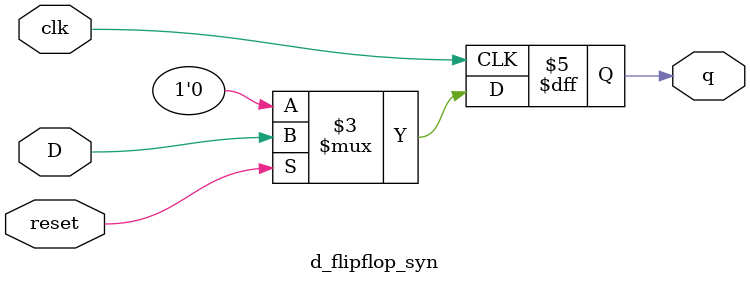
<source format=sv>
module d_flipflop_syn(D,clk,reset,q);
  input logic D,clk,reset;
  output logic q;
  
  always@(negedge clk)
    begin
      if (reset)
      q<=D;
      else
        q<=0;
    end
endmodule

</source>
